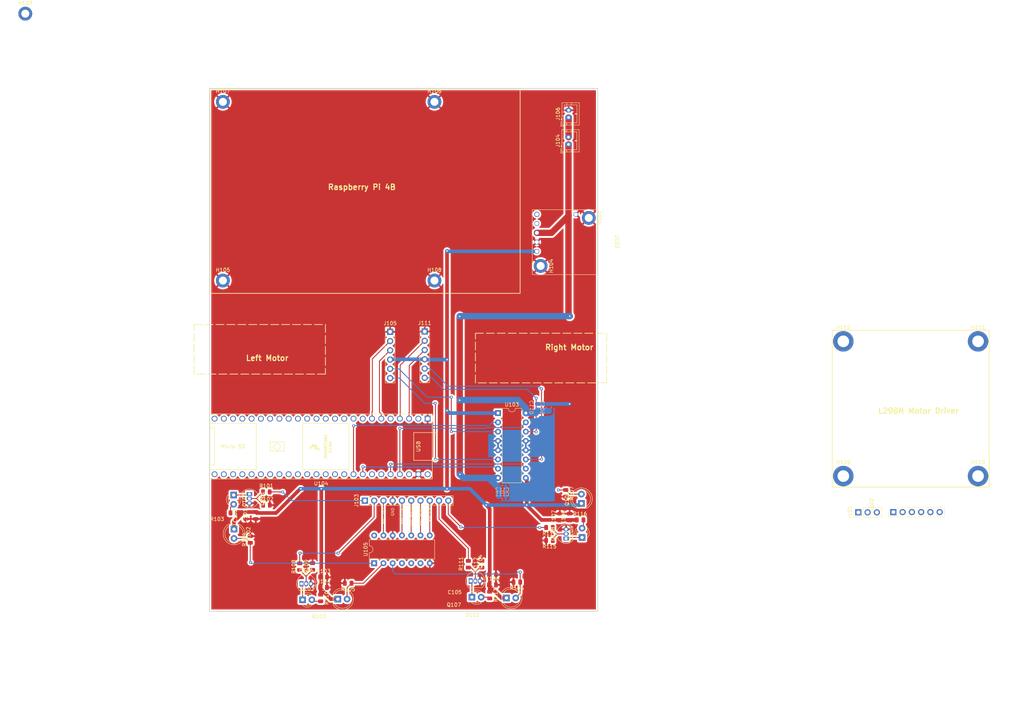
<source format=kicad_pcb>
(kicad_pcb (version 20240108) (generator "pcbnew") (generator_version "8.0")
  (layers (0 "F.Cu" signal) (31 "B.Cu" signal) (34 "B.Paste" user) (35 "F.Paste" user) (36 "B.SilkS" user "B.Silkscreen") (37 "F.SilkS" user "F.Silkscreen") (38 "B.Mask" user) (39 "F.Mask" user) (44 "Edge.Cuts" user))
  (net 0 "")
  (net 1 "Net-(D101-K)")
  (net 2 "GND")
  (net 3 "/L298N_IN3")
  (net 4 "/L298N_IN2")
  (net 5 "/L298N_ENB")
  (net 6 "/L298N_IN4")
  (net 7 "/L298N_IN1")
  (net 8 "/L298N_ENA")
  (net 9 "Net-(J104-Pin_2)")
  (net 10 "/VBAT")
  (net 11 "Net-(D101-A)")
  (net 12 "Net-(D102-A)")
  (net 13 "Net-(D102-K)")
  (net 14 "Net-(D103-A)")
  (net 15 "Net-(D103-K)")
  (net 16 "Net-(D104-K)")
  (net 17 "Net-(D104-A)")
  (net 18 "Net-(Q101-G)")
  (net 19 "/3V3_REGULATED")
  (net 20 "/IR_RECEIVER_1")
  (net 21 "/IR_RECEIVER_2")
  (net 22 "/IR_RECEIVER_3")
  (net 23 "/IR_RECEIVER_4")
  (net 24 "Net-(Q106-G)")
  (net 25 "Net-(Q107-G)")
  (net 26 "Net-(Q108-G)")
  (net 27 "/IR_EMITTER_1")
  (net 28 "/IR_EMITTER_2")
  (net 29 "/IR_EMITTER_3")
  (net 30 "/IR_EMITTER_4")
  (net 34 "/MGND")
  (net 71 "/ML_1")
  (net 72 "/ML_OUTA")
  (net 73 "/ML_2")
  (net 74 "/ML_OUTB")
  (net 75 "/MR_OUTB")
  (net 76 "/MR_OUTA")
  (net 77 "/MR_1")
  (net 78 "/MR_2")
  (net 79 "/TEENSY_3V3")
  (net 82 "/RPI_CS")
  (net 83 "/RPI_3V3")
  (net 84 "/RPI_CLK")
  (net 85 "/RPI_MOSI")
  (net 86 "/RPI_MISO")
  (net 87 "/MR_IN_1")
  (net 88 "/ML_IN_2")
  (net 89 "/ML_IN_1")
  (net 90 "/MR_IN_2")
  (footprint "MountingHole:MountingHole_2.2mm_M2_DIN965_Pad" (layer "F.Cu") (at 2.175 2.175)
    (property "Reference" "H103")
    (property "Value" "MountingHole_Pad")
  )
  (footprint "Resistor_SMD:R_0805_2012Metric" (layer "F.Cu") (at 77.41 153.7875 90)
    (property "Reference" "R108")
    (property "Value" "100")
  )
  (footprint "LED_THT:LED_D5.0mm_Clear" (layer "F.Cu") (at 59.4 143.5075 -90)
    (property "Reference" "Q102")
    (property "Value" "SFH313FA")
  )
  (footprint "MountingHole:MountingHole_3.2mm_M3_DIN965_Pad" (layer "F.Cu") (at 226.45 92.01)
    (property "Reference" "H112")
    (property "Value" "MountingHole_Pad")
  )
  (footprint "Package_DIP:DIP-14_W7.62mm" (layer "F.Cu") (at 97.825 152.85 90)
    (property "Reference" "U105")
    (property "Value" "MCP3004")
  )
  (footprint "Capacitor_SMD:C_0805_2012Metric" (layer "F.Cu") (at 130.26 156.025)
    (property "Reference" "C105")
    (property "Value" "4.7 uF")
  )
  (footprint "LED_THT:LED_D5.0mm_Clear" (layer "F.Cu") (at 87.86 162.675)
    (property "Reference" "Q103")
    (property "Value" "SFH313FA")
  )
  (footprint "Connector_PinHeader_2.54mm:PinHeader_1x10_P2.54mm_Vertical" (layer "F.Cu") (at 95.285 135.675 90)
    (property "Reference" "J103")
    (property "Value" "Conn_01x10")
  )
  (footprint "Capacitor_SMD:C_0805_2012Metric" (layer "F.Cu") (at 62.6 139.7575 -90)
    (property "Reference" "C102")
    (property "Value" "0.1 uF")
  )
  (footprint "Resistor_SMD:R_0805_2012Metric" (layer "F.Cu") (at 129.51 161.575 -90)
    (property "Reference" "R113")
    (property "Value" "50 Ohm")
  )
  (footprint "MountingHole:MountingHole_3.2mm_M3_DIN965_Pad" (layer "F.Cu") (at 263.39 92.01)
    (property "Reference" "H111")
    (property "Value" "MountingHole_Pad")
  )
  (footprint "Resistor_SMD:R_0805_2012Metric" (layer "F.Cu") (at 83.16 162.375 -90)
    (property "Reference" "R110")
    (property "Value" "50 Ohm")
  )
  (footprint "LED_THT:LED_D5.0mm_Clear" (layer "F.Cu") (at 134.085 162.375)
    (property "Reference" "Q104")
    (property "Value" "SFH313FA")
  )
  (footprint "LED_THT:LED_D3.0mm_IRBlack" (layer "F.Cu") (at 124.62 162.15)
    (property "Reference" "D103")
    (property "Value" "INL-5AMIR15")
  )
  (footprint "MountingHole:MountingHole_2.2mm_M2_DIN965_Pad" (layer "F.Cu") (at 114.35 26.35)
    (property "Reference" "H106")
    (property "Value" "MountingHole_Pad")
  )
  (footprint "Resistor_SMD:R_0805_2012Metric" (layer "F.Cu") (at 145.8875 143.05 180)
    (property "Reference" "R114")
    (property "Value" "100")
  )
  (footprint "Capacitor_SMD:C_0805_2012Metric" (layer "F.Cu") (at 148.725 140.2 90)
    (property "Reference" "C107")
    (property "Value" "4.7 uF")
  )
  (footprint "Resistor_SMD:R_0805_2012Metric" (layer "F.Cu") (at 136.9475 158.025 180)
    (property "Reference" "R106")
    (property "Value" "1.8k")
  )
  (footprint "Resistor_SMD:R_0805_2012Metric" (layer "F.Cu") (at 63.85 146.335 90)
    (property "Reference" "R104")
    (property "Value" "1.8k")
  )
  (footprint "Capacitor_SMD:C_0805_2012Metric" (layer "F.Cu") (at 83.91 159.5)
    (property "Reference" "C104")
    (property "Value" "0.1 uF")
  )
  (footprint "Resistor_SMD:R_0805_2012Metric" (layer "F.Cu") (at 145.8875 146.6 180)
    (property "Reference" "R115")
    (property "Value" "47K")
  )
  (footprint "Package_TO_SOT_THT:TO-92_Inline" (layer "F.Cu") (at 150.45 146.075 90)
    (property "Reference" "Q108")
    (property "Value" "BS170")
  )
  (footprint "Package_TO_SOT_THT:TO-92_Inline" (layer "F.Cu") (at 63.625 133.8425 -90)
    (property "Reference" "Q101")
    (property "Value" "BS170")
  )
  (footprint "Resistor_SMD:R_0805_2012Metric" (layer "F.Cu") (at 80.935 153.7375 90)
    (property "Reference" "R109")
    (property "Value" "47K")
  )
  (footprint "Resistor_SMD:R_0805_2012Metric" (layer "F.Cu") (at 150.35 133.675 -90)
    (property "Reference" "R107")
    (property "Value" "1.8k")
  )
  (footprint "Connector_PinHeader_2.54mm:PinHeader_1x06_P2.54mm_Vertical" (layer "F.Cu") (at 240.165 138.825 90)
    (property "Reference" "J102")
    (property "Value" "Conn_01x06")
  )
  (footprint "MountingHole:MountingHole_2.2mm_M2_DIN965_Pad" (layer "F.Cu") (at 56.35 75.35)
    (property "Reference" "H105")
    (property "Value" "MountingHole_Pad")
  )
  (footprint "Connector_PinHeader_2.54mm:PinHeader_1x03_P2.54mm_Vertical" (layer "F.Cu") (at 230.57 138.9 90)
    (property "Reference" "J101")
    (property "Value" "Conn_01x03")
  )
  (footprint "Connector_JST:JST_PH_B2B-PH-K_1x02_P2.00mm_Vertical" (layer "F.Cu") (at 151.125 30.65 90)
    (property "Reference" "J106")
    (property "Value" "Conn_01x02")
  )
  (footprint "MountingHole:MountingHole_2.2mm_M2_DIN965_Pad" (layer "F.Cu") (at 156.665 58.165 -90)
    (property "Reference" "H101")
    (property "Value" "MountingHole_Pad")
  )
  (footprint "Capacitor_SMD:C_0805_2012Metric" (layer "F.Cu") (at 130.26 158.775)
    (property "Reference" "C106")
    (property "Value" "0.1 uF")
  )
  (footprint "Package_DIP:DIP-16_W7.62mm" (layer "F.Cu") (at 131.78 111.685)
    (property "Reference" "U103")
    (property "Value" "L293D")
  )
  (footprint "Capacitor_SMD:C_0805_2012Metric" (layer "F.Cu") (at 83.935 156.7)
    (property "Reference" "C103")
    (property "Value" "4.7 uF")
  )
  (footprint "LED_THT:LED_D3.0mm_IRBlack" (layer "F.Cu") (at 154.825 145.775 90)
    (property "Reference" "D104")
    (property "Value" "INL-5AMIR15")
  )
  (footprint "Capacitor_SMD:C_0805_2012Metric" (layer "F.Cu") (at 151.4 140.2 90)
    (property "Reference" "C108")
    (property "Value" "0.1 uF")
  )
  (footprint "Capacitor_SMD:C_0805_2012Metric" (layer "F.Cu") (at 65.375 139.7575 -90)
    (property "Reference" "C101")
    (property "Value" "4.7 uF")
  )
  (footprint "Connector_PinHeader_2.54mm:PinHeader_1x06_P2.54mm_Vertical" (layer "F.Cu") (at 111.675 89.31)
    (property "Reference" "J111")
    (property "Value" "Conn_01x06")
  )
  (footprint "MountingHole:MountingHole_2.2mm_M2_DIN965_Pad" (layer "F.Cu") (at 114.35 75.35)
    (property "Reference" "H108")
    (property "Value" "MountingHole_Pad")
  )
  (footprint "MountingHole:MountingHole_2.2mm_M2_DIN965_Pad" (layer "F.Cu") (at 56.35 26.35)
    (property "Reference" "H107")
    (property "Value" "MountingHole_Pad")
  )
  (footprint "MountingHole:MountingHole_3.2mm_M3_DIN965_Pad" (layer "F.Cu") (at 226.45 128.95)
    (property "Reference" "H109")
    (property "Value" "MountingHole_Pad")
  )
  (footprint "Regulator_Pololu_D24V22FX:D24V22FX" (layer "F.Cu") (at 160.525 61.475 -90)
    (property "Reference" "U102")
    (property "Value" "~")
  )
  (footprint "Package_TO_SOT_THT:TO-92_Inline" (layer "F.Cu") (at 77.915 158.46)
    (property "Reference" "Q106")
    (property "Value" "BS170")
  )
  (footprint "LED_THT:LED_D5.0mm_Clear" (layer "F.Cu") (at 154.65 136.45 90)
    (property "Reference" "Q105")
    (property "Value" "SFH313FA")
  )
  (footprint "Connector_PinHeader_2.54mm:PinHeader_1x06_P2.54mm_Vertical" (layer "F.Cu") (at 102.2 89.395)
    (property "Reference" "J105")
    (property "Value" "Conn_01x06")
  )
  (footprint "Package_TO_SOT_THT:TO-92_Inline" (layer "F.Cu") (at 124.29 157.725)
    (property "Reference" "Q107")
    (property "Value" "BS170")
  )
  (footprint "Resistor_SMD:R_0805_2012Metric" (layer "F.Cu") (at 127.335 153.125 90)
    (property "Reference" "R112")
    (property "Value" "47K")
  )
  (footprint "Resistor_SMD:R_0805_2012Metric" (layer "F.Cu") (at 154.2875 140.975)
    (property "Reference" "R116")
    (property "Value" "50 Ohm")
  )
  (footprint "MountingHole:MountingHole_3.2mm_M3_DIN965_Pad" (layer "F.Cu") (at 263.39 128.95)
    (property "Reference" "H110")
    (property "Value" "MountingHole_Pad")
  )
  (footprint "Resistor_SMD:R_0805_2012Metric" (layer "F.Cu") (at 123.65 153.125 90)
    (property "Reference" "R111")
    (property "Value" "100")
  )
  (footprint "Resistor_SMD:R_0805_2012Metric" (layer "F.Cu") (at 68.2625 133.2825)
    (property "Reference" "R101")
    (property "Value" "100")
  )
  (footprint "LED_THT:LED_D3.0mm_IRBlack" (layer "F.Cu") (at 59.3 134.1425 -90)
    (property "Reference" "D101")
    (property "Value" "INL-5AMIR15")
  )
  (footprint "Resistor_SMD:R_0805_2012Metric" (layer "F.Cu") (at 90.6975 158.325 180)
    (property "Reference" "R105")
    (property "Value" "1.8k")
  )
  (footprint "Resistor_SMD:R_0805_2012Metric" (layer "F.Cu") (at 59.3375 139.0575 180)
    (property "Reference" "R103")
    (property "Value" "50 Ohm")
  )
  (footprint "LED_THT:LED_D3.0mm_IRBlack" (layer "F.Cu") (at 78.195 162.875)
    (property "Reference" "D102")
    (property "Value" "INL-5AMIR15")
  )
  (footprint "MountingHole:MountingHole_2.2mm_M2_DIN965_Pad" (layer "F.Cu") (at 143.465 71.34 -90)
    (property "Reference" "H104")
    (property "Value" "MountingHole_Pad")
  )
  (footprint "MCU_TEENSY_Footprint:Teensy41_bare_pins" (layer "F.Cu") (at 83.275 120.83 180)
    (property "Reference" "U104")
    (property "Value" "Teensy4.1_bare")
  )
  (footprint "Connector_JST:JST_PH_B2B-PH-K_1x02_P2.00mm_Vertical" (layer "F.Cu") (at 151.1 38.025 90)
    (property "Reference" "J104")
    (property "Value" "Conn_01x02")
  )
  (footprint "Resistor_SMD:R_0805_2012Metric" (layer "F.Cu") (at 68.3 136.9075)
    (property "Reference" "R102")
    (property "Value" "47K")
  )
  (footprint "Capacitor_SMD:C_0805_2012Metric" (layer "B.Cu") (at 132.95 132.25)
    (property "Reference" "C111")
    (property "Value" "4.7uF")
  )
  (footprint "Capacitor_SMD:C_0805_2012Metric" (layer "B.Cu") (at 132.95 134.375 180)
    (property "Reference" "C112")
    (property "Value" "10uF")
  )
  (footprint "Capacitor_SMD:C_0805_2012Metric" (layer "B.Cu") (at 142.665 110.125 -90)
    (property "Reference" "C110")
    (property "Value" "4.7uF")
  )
  (footprint "Capacitor_SMD:C_0805_2012Metric" (layer "B.Cu") (at 145.675 110.125 -90)
    (property "Reference" "C109")
    (property "Value" "0.1 uF")
  )
  (gr_rect (start 223.42 88.98) (end 266.42 131.98) (stroke (width 0.2)) (fill none) (layer "F.SilkS"))
  (gr_rect (start 48.45 87.4) (end 84.45 101) (stroke (width 0.2) (type dash)) (fill none) (layer "F.SilkS"))
  (gr_rect (start 52.85 22.85) (end 137.85 78.85) (stroke (width 0.2)) (fill none) (layer "F.SilkS"))
  (gr_rect (start 125.575 89.7875) (end 161.575 103.3875) (stroke (width 0.2) (type dash)) (fill none) (layer "F.SilkS"))
  (gr_rect (start 52.675 22.675) (end 159.125 166.025) (stroke (width 0.2)) (fill none) (layer "Edge.Cuts"))
  (gr_text "Left Motor" (at 62.525 97.475 0) (layer "F.SilkS") (effects (font (size 1.5 1.5) (thickness 0.3) (bold yes)) (justify left bottom)))
  (gr_text "RPI_3V3" (at 100.8 142.15 90) (layer "F.SilkS") (effects (font (size 0.75 0.75) (thickness 0.1)) (justify left bottom)))
  (gr_text "RPI_CS" (at 113.5 141.525 90) (layer "F.SilkS") (effects (font (size 0.75 0.75) (thickness 0.1)) (justify left bottom)))
  (gr_text "L298N Motor Driver" (at 235.82 111.955 0) (layer "F.SilkS") (effects (font (size 1.5 1.5) (thickness 0.3) (bold yes)) (justify left bottom)))
  (gr_text "Raspberry Pi 4B" (at 85 50.6 0) (layer "F.SilkS") (effects (font (size 1.5 1.5) (thickness 0.3) (bold yes)) (justify left bottom)))
  (gr_text "GND" (at 103.35 139.95 90) (layer "F.SilkS") (effects (font (size 0.75 0.75) (thickness 0.1)) (justify left bottom)))
  (gr_text "Right Motor" (at 144.55 94.525 0) (layer "F.SilkS") (effects (font (size 1.5 1.5) (thickness 0.3) (bold yes)) (justify left bottom)))
  (gr_text "RPI_MISO" (at 108.575 142.775 90) (layer "F.SilkS") (effects (font (size 0.75 0.75) (thickness 0.1)) (justify left bottom)))
  (gr_text "RPI_CLK" (at 105.925 142.225 90) (layer "F.SilkS") (effects (font (size 0.75 0.75) (thickness 0.1)) (justify left bottom)))
  (gr_text "RPI_MOSI" (at 111.025 142.7 90) (layer "F.SilkS") (effects (font (size 0.75 0.75) (thickness 0.1)) (justify left bottom)))
  (segment (start 63.325 134.1425) (end 63.625 133.8425) (width 0.25) (layer "F.Cu") (net 1))
  (segment (start 59.3 134.1425) (end 63.325 134.1425) (width 0.25) (layer "F.Cu") (net 1))
  (segment (start 102.905 145.23) (end 102.905 135.675) (width 0.25) (layer "F.Cu") (net 2))
  (via (at 151.4 109.175) (size 0.8) (drill 0.4) (layers "F.Cu" "B.Cu") (net 2))
  (segment (start 142.665 109.175) (end 151.4 109.175) (width 1) (layer "B.Cu") (net 2))
  (segment (start 151.125 30.65) (end 151.125 36) (width 1.75) (layer "F.Cu") (net 9))
  (segment (start 151.125 36) (end 151.1 36.025) (width 1.75) (layer "F.Cu") (net 9))
  (segment (start 121.275 108.15) (end 121.275 128.425) (width 1.75) (layer "F.Cu") (net 10))
  (segment (start 142.685 62.265) (end 142.435 62.265) (width 0.2) (layer "F.Cu") (net 10))
  (segment (start 151.1 84.75) (end 151.45 85.1) (width 1.75) (layer "F.Cu") (net 10))
  (segment (start 151.1 38.025) (end 151.1 57.599519) (width 1.75) (layer "F.Cu") (net 10))
  (segment (start 146.434519 62.265) (end 142.435 62.265) (width 1.75) (layer "F.Cu") (net 10))
  (segment (start 121.275 85.175) (end 121.275 108.15) (width 1.75) (layer "F.Cu") (net 10))
  (segment (start 151.1 57.599519) (end 146.434519 62.265) (width 1.75) (layer "F.Cu") (net 10))
  (segment (start 121.275 128.425) (end 121.35 128.5) (width 1.75) (layer "F.Cu") (net 10))
  (segment (start 151.1 57.599519) (end 151.1 84.75) (width 1.75) (layer "F.Cu") (net 10))
  (via (at 151.45 85.1) (size 0.8) (drill 0.4) (layers "F.Cu" "B.Cu") (net 10))
  (via (at 121.275 85.175) (size 0.8) (drill 0.4) (layers "F.Cu" "B.Cu") (net 10))
  (via (at 121.275 108.15) (size 0.8) (drill 0.4) (layers "F.Cu" "B.Cu") (net 10))
  (via (at 121.35 128.5) (size 0.8) (drill 0.4) (layers "F.Cu" "B.Cu") (net 10))
  (segment (start 128.975 129.465) (end 131.78 129.465) (width 1.75) (layer "B.Cu") (net 10))
  (segment (start 128.975 129.465) (end 129.215 129.465) (width 1.75) (layer "B.Cu") (net 10))
  (segment (start 137.425 108.325) (end 137.2 108.1) (width 1.75) (layer "B.Cu") (net 10))
  (segment (start 137.2 108.1) (end 121.275 108.1) (width 1.75) (layer "B.Cu") (net 10))
  (segment (start 121.35 85.1) (end 121.275 85.175) (width 1.75) (layer "B.Cu") (net 10))
  (segment (start 132 132.25) (end 132 134.375) (width 1.75) (layer "B.Cu") (net 10))
  (segment (start 142.055 111.685) (end 142.665 111.075) (width 1.75) (layer "B.Cu") (net 10))
  (segment (start 139.4 110.3) (end 137.425 108.325) (width 1.75) (layer "B.Cu") (net 10))
  (segment (start 139.4 111.685) (end 139.4 110.3) (width 1.75) (layer "B.Cu") (net 10))
  (segment (start 121.35 128.5) (end 122.315 129.465) (width 1.75) (layer "B.Cu") (net 10))
  (segment (start 151.45 85.1) (end 121.35 85.1) (width 1.75) (layer "B.Cu") (net 10))
  (segment (start 139.4 111.685) (end 142.055 111.685) (width 1.75) (layer "B.Cu") (net 10))
  (segment (start 129.215 129.465) (end 132 132.25) (width 1.75) (layer "B.Cu") (net 10))
  (segment (start 142.665 111.075) (end 145.675 111.075) (width 1.75) (layer "B.Cu") (net 10))
  (segment (start 122.315 129.465) (end 128.975 129.465) (width 1.75) (layer "B.Cu") (net 10))
  (segment (start 58.425 139.0575) (end 58.425 137.5575) (width 0.25) (layer "F.Cu") (net 11))
  (segment (start 58.425 137.5575) (end 59.3 136.6825) (width 0.25) (layer "F.Cu") (net 11))
  (segment (start 83.16 163.2875) (end 81.1475 163.2875) (width 0.25) (layer "F.Cu") (net 12))
  (segment (start 81.1475 163.2875) (end 80.735 162.875) (width 0.25) (layer "F.Cu") (net 12))
  (segment (start 78.195 162.875) (end 78.195 158.74) (width 0.25) (layer "F.Cu") (net 13))
  (segment (start 78.195 158.74) (end 77.915 158.46) (width 0.25) (layer "F.Cu") (net 13))
  (segment (start 129.1725 162.15) (end 129.51 162.4875) (width 0.25) (layer "F.Cu") (net 14))
  (segment (start 127.16 162.15) (end 129.1725 162.15) (width 0.25) (layer "F.Cu") (net 14))
  (segment (start 124.62 162.15) (end 124.62 158.055) (width 0.25) (layer "F.Cu") (net 15))
  (segment (start 124.62 158.055) (end 124.29 157.725) (width 0.25) (layer "F.Cu") (net 15))
  (segment (start 150.75 145.775) (end 150.45 146.075) (width 0.25) (layer "F.Cu") (net 16))
  (segment (start 154.825 145.775) (end 150.75 145.775) (width 0.25) (layer "F.Cu") (net 16))
  (segment (start 155.2 142.86) (end 154.825 143.235) (width 0.25) (layer "F.Cu") (net 17))
  (segment (start 155.2 140.975) (end 155.2 142.86) (width 0.25) (layer "F.Cu") (net 17))
  (segment (start 63.625 135.1125) (end 65.52 135.1125) (width 0.25) (layer "F.Cu") (net 18))
  (segment (start 65.5925 135.1125) (end 67.3875 136.9075) (width 0.25) (layer "F.Cu") (net 18))
  (segment (start 65.52 135.1125) (end 65.5925 135.1125) (width 0.25) (layer "F.Cu") (net 18))
  (segment (start 65.52 135.1125) (end 67.35 133.2825) (width 0.25) (layer "F.Cu") (net 18))
  (segment (start 70.925 139.075) (end 65.6425 139.075) (width 1) (layer "F.Cu") (net 19))
  (segment (start 132.73457 162.375) (end 134.085 162.375) (width 1) (layer "F.Cu") (net 19))
  (segment (start 143.7 140.975) (end 139.675 136.95) (width 1) (layer "F.Cu") (net 19))
  (segment (start 129.51 137.86) (end 129.51 160.6625) (width 1) (layer "F.Cu") (net 19))
  (segment (start 62.6 138.8075) (end 60.5 138.8075) (width 1) (layer "F.Cu") (net 19))
  (segment (start 129.31 158.775) (end 129.31 158.95043) (width 1) (layer "F.Cu") (net 19))
  (segment (start 83.16 158.7) (end 83.16 159.87543) (width 1) (layer "F.Cu") (net 19))
  (segment (start 117.8 67.225) (end 117.8 97.015) (width 1) (layer "F.Cu") (net 19))
  (segment (start 139.675 136.95) (end 139.675 136.9) (width 1) (layer "F.Cu") (net 19))
  (segment (start 128.55 136.9) (end 129.51 137.86) (width 1) (layer "F.Cu") (net 19))
  (segment (start 77.7 132.425) (end 77.575 132.425) (width 1) (layer "F.Cu") (net 19))
  (segment (start 83.325 132.425) (end 83.325 158.535) (width 1) (layer "F.Cu") (net 19))
  (segment (start 62.6 138.8075) (end 62.02125 138.8075) (width 1) (layer "F.Cu") (net 19))
  (segment (start 83.16 158.7) (end 83.16 161.4625) (width 1) (layer "F.Cu") (net 19))
  (segment (start 60.5 138.8075) (end 60.25 139.0575) (width 1) (layer "F.Cu") (net 19))
  (segment (start 117.775 132.45) (end 117.8 132.425) (width 1) (layer "F.Cu") (net 19))
  (segment (start 83.16 159.87543) (end 85.95957 162.675) (width 1) (layer "F.Cu") (net 19))
  (segment (start 62.02125 138.8075) (end 59.4 141.42875) (width 1) (layer "F.Cu") (net 19))
  (segment (start 139.675 129.74) (end 139.4 129.465) (width 1) (layer "F.Cu") (net 19))
  (segment (start 139.675 136.9) (end 139.675 129.74) (width 1) (layer "F.Cu") (net 19))
  (segment (start 83.325 158.535) (end 83.16 158.7) (width 1) (layer "F.Cu") (net 19))
  (segment (start 85.95957 162.675) (end 87.86 162.675) (width 1) (layer "F.Cu") (net 19))
  (segment (start 129.31 158.95043) (end 132.73457 162.375) (width 1) (layer "F.Cu") (net 19))
  (segment (start 65.6425 139.075) (end 65.375 138.8075) (width 1) (layer "F.Cu") (net 19))
  (segment (start 59.4 141.42875) (end 59.4 143.5075) (width 1) (layer "F.Cu") (net 19))
  (segment (start 117.8 97.015) (end 117.8 132.425) (width 1) (layer "F.Cu") (net 19))
  (segment (start 77.575 132.425) (end 70.925 139.075) (width 1) (layer "F.Cu") (net 19))
  (segment (start 153.375 140.975) (end 143.7 140.975) (width 1) (layer "F.Cu") (net 19))
  (segment (start 65.375 138.8075) (end 62.6 138.8075) (width 1) (layer "F.Cu") (net 19))
  (via (at 128.55 136.9) (size 0.8) (drill 0.4) (layers "F.Cu" "B.Cu") (net 19))
  (via (at 117.8 67.225) (size 0.8) (drill 0.4) (layers "F.Cu" "B.Cu") (net 19))
  (via (at 83.325 132.425) (size 0.8) (drill 0.4) (layers "F.Cu" "B.Cu") (net 19))
  (via (at 139.675 136.9) (size 0.8) (drill 0.4) (layers "F.Cu" "B.Cu") (net 19))
  (via (at 117.8 132.425) (size 0.8) (drill 0.4) (layers "F.Cu" "B.Cu") (net 19))
  (via (at 117.8 97.015) (size 0.8) (drill 0.4) (layers "F.Cu" "B.Cu") (net 19))
  (via (at 117.8 111) (size 0.8) (drill 0.4) (layers "F.Cu" "B.Cu") (net 19))
  (via (at 77.7 132.425) (size 0.8) (drill 0.4) (layers "F.Cu" "B.Cu") (net 19))
  (segment (start 128.55 136.9) (end 139.675 136.9) (width 1) (layer "B.Cu") (net 19))
  (segment (start 111.76 97.015) (end 111.675 96.93) (width 1) (layer "B.Cu") (net 19))
  (segment (start 154.2 136.9) (end 154.65 136.45) (width 1) (layer "B.Cu") (net 19))
  (segment (start 77.575 132.425) (end 77.7 132.425) (width 1) (layer "B.Cu") (net 19))
  (segment (start 139.675 136.9) (end 154.2 136.9) (width 1) (layer "B.Cu") (net 19))
  (segment (start 117.8 132.425) (end 124.075 132.425) (width 1) (layer "B.Cu") (net 19))
  (segment (start 111.675 96.93) (end 102.285 96.93) (width 1) (layer "B.Cu") (net 19))
  (segment (start 117.8 67.225) (end 117.92 67.345) (width 1) (layer "B.Cu") (net 19))
  (segment (start 118.485 111.685) (end 131.78 111.685) (width 1) (layer "B.Cu") (net 19))
  (segment (start 117.8 97.015) (end 111.76 97.015) (width 1) (layer "B.Cu") (net 19))
  (segment (start 124.075 132.425) (end 128.55 136.9) (width 1) (layer "B.Cu") (net 19))
  (segment (start 117.8 111) (end 118.485 111.685) (width 1) (layer "B.Cu") (net 19))
  (segment (start 117.8 132.425) (end 77.575 132.425) (width 1) (layer "B.Cu") (net 19))
  (segment (start 117.92 67.345) (end 142.435 67.345) (width 1) (layer "B.Cu") (net 19))
  (segment (start 102.285 96.93) (end 102.2 97.015) (width 1) (layer "B.Cu") (net 19))
  (segment (start 63.85 147.2475) (end 63.85 152.525) (width 0.25) (layer "F.Cu") (net 20))
  (segment (start 63.85 152.525) (end 63.95 152.625) (width 0.25) (layer "F.Cu") (net 20))
  (segment (start 62.65 146.0475) (end 63.85 147.2475) (width 0.25) (layer "F.Cu") (net 20))
  (segment (start 59.4 146.0475) (end 62.65 146.0475) (width 0.25) (layer "F.Cu") (net 20))
  (via (at 63.95 152.625) (size 0.8) (drill 0.4) (layers "F.Cu" "B.Cu") (net 20))
  (segment (start 64.175 152.85) (end 97.825 152.85) (width 0.25) (layer "B.Cu") (net 20))
  (segment (start 63.95 152.625) (end 64.175 152.85) (width 0.25) (layer "B.Cu") (net 20))
  (segment (start 90.4 159.535) (end 91.61 158.325) (width 0.25) (layer "F.Cu") (net 21))
  (segment (start 90.4 162.675) (end 90.4 159.535) (width 0.25) (layer "F.Cu") (net 21))
  (segment (start 94.89 158.325) (end 100.365 152.85) (width 0.25) (layer "F.Cu") (net 21))
  (segment (start 91.61 158.325) (end 94.89 158.325) (width 0.25) (layer "F.Cu") (net 21))
  (segment (start 137.86 161.14) (end 136.625 162.375) (width 0.25) (layer "F.Cu") (net 22))
  (segment (start 137.86 158.025) (end 137.86 161.14) (width 0.25) (layer "F.Cu") (net 22))
  (segment (start 137.86 155.315) (end 137.875 155.3) (width 0.25) (layer "F.Cu") (net 22))
  (segment (start 137.86 158.025) (end 137.86 155.315) (width 0.25) (layer "F.Cu") (net 22))
  (via (at 137.875 155.3) (size 0.8) (drill 0.4) (layers "F.Cu" "B.Cu") (net 22))
  (segment (start 137.875 155.3) (end 137.15 155.3) (width 0.25) (layer "B.Cu") (net 22))
  (segment (start 102.905 155.055) (end 102.905 152.85) (width 0.25) (layer "B.Cu") (net 22))
  (segment (start 137.15 155.3) (end 136.65 155.8) (width 0.25) (layer "B.Cu") (net 22))
  (segment (start 103.65 155.8) (end 102.905 155.055) (width 0.25) (layer "B.Cu") (net 22))
  (segment (start 136.65 155.8) (end 103.65 155.8) (width 0.25) (layer "B.Cu") (net 22))
  (segment (start 154.65 133.91) (end 151.4975 133.91) (width 0.25) (layer "F.Cu") (net 23))
  (segment (start 151.4975 133.91) (end 150.35 132.7625) (width 0.25) (layer "F.Cu") (net 23))
  (segment (start 150.35 132.7625) (end 148.3375 132.7625) (width 0.25) (layer "F.Cu") (net 23))
  (segment (start 148.3375 132.7625) (end 148.325 132.75) (width 0.25) (layer "F.Cu") (net 23))
  (via (at 148.325 132.75) (size 0.8) (drill 0.4) (layers "F.Cu" "B.Cu") (net 23))
  (segment (start 77.41 154.7) (end 79.185 156.475) (width 0.25) (layer "F.Cu") (net 24))
  (segment (start 79.185 156.475) (end 79.185 158.46) (width 0.25) (layer "F.Cu") (net 24))
  (segment (start 79.185 156.4) (end 80.935 154.65) (width 0.25) (layer "F.Cu") (net 24))
  (segment (start 79.185 156.475) (end 79.185 156.4) (width 0.25) (layer "F.Cu") (net 24))
  (segment (start 126.7575 154.0375) (end 127.335 154.0375) (width 0.25) (layer "F.Cu") (net 25))
  (segment (start 124.3625 154.0375) (end 123.65 154.0375) (width 0.25) (layer "F.Cu") (net 25))
  (segment (start 125.56 155.235) (end 126.7575 154.0375) (width 0.25) (layer "F.Cu") (net 25))
  (segment (start 125.56 155.235) (end 124.3625 154.0375) (width 0.25) (layer "F.Cu") (net 25))
  (segment (start 125.56 157.725) (end 125.56 155.235) (width 0.25) (layer "F.Cu") (net 25))
  (segment (start 127.1625 154.0375) (end 127.335 154.0375) (width 0.25) (layer "F.Cu") (net 25))
  (segment (start 150.45 144.805) (end 148.095 144.805) (width 0.25) (layer "F.Cu") (net 26))
  (segment (start 148.095 144.805) (end 148.075 144.825) (width 0.25) (layer "F.Cu") (net 26))
  (segment (start 148.095 144.805) (end 146.8 146.1) (width 0.25) (layer "F.Cu") (net 26))
  (segment (start 148.075 144.825) (end 146.8 143.55) (width 0.25) (layer "F.Cu") (net 26))
  (segment (start 146.8 146.1) (end 146.8 146.6) (width 0.25) (layer "F.Cu") (net 26))
  (segment (start 146.8 143.55) (end 146.8 143.05) (width 0.25) (layer "F.Cu") (net 26))
  (segment (start 72.75 133.325) (end 71.86 133.325) (width 0.25) (layer "F.Cu") (net 27))
  (segment (start 71.8175 133.2825) (end 69.175 133.2825) (width 0.25) (layer "F.Cu") (net 27))
  (segment (start 71.86 133.325) (end 71.8175 133.2825) (width 0.25) (layer "F.Cu") (net 27))
  (via (at 72.75 133.325) (size 0.8) (drill 0.4) (layers "F.Cu" "B.Cu") (net 27))
  (segment (start 75.1 135.675) (end 95.285 135.675) (width 0.25) (layer "B.Cu") (net 27))
  (segment (start 72.75 133.325) (end 75.1 135.675) (width 0.25) (layer "B.Cu") (net 27))
  (segment (start 77.475 150.1) (end 77.475 150.45) (width 0.25) (layer "F.Cu") (net 28))
  (segment (start 97.825 140.225) (end 87.95 150.1) (width 0.25) (layer "F.Cu") (net 28))
  (segment (start 77.41 150.515) (end 77.41 152.875) (width 0.25) (layer "F.Cu") (net 28))
  (segment (start 97.825 135.675) (end 97.825 140.225) (width 0.25) (layer "F.Cu") (net 28))
  (segment (start 77.475 150.45) (end 77.41 150.515) (width 0.25) (layer "F.Cu") (net 28))
  (via (at 87.95 150.1) (size 0.8) (drill 0.4) (layers "F.Cu" "B.Cu") (net 28))
  (via (at 77.475 150.1) (size 0.8) (drill 0.4) (layers "F.Cu" "B.Cu") (net 28))
  (segment (start 87.95 150.1) (end 77.475 150.1) (width 0.25) (layer "B.Cu") (net 28))
  (segment (start 123.65 148.75) (end 123.65 152.2125) (width 0.25) (layer "F.Cu") (net 29))
  (segment (start 115.605 140.705) (end 123.65 148.75) (width 0.25) (layer "F.Cu") (net 29))
  (segment (start 115.605 135.675) (end 115.605 140.705) (width 0.25) (layer "F.Cu") (net 29))
  (segment (start 121.6 142.875) (end 118.145 139.42) (width 0.25) (layer "F.Cu") (net 30))
  (segment (start 144.975 143.05) (end 143.2 143.05) (width 0.25) (layer "F.Cu") (net 30))
  (segment (start 118.145 139.42) (end 118.145 135.675) (width 0.25) (layer "F.Cu") (net 30))
  (via (at 121.6 142.875) (size 0.8) (drill 0.4) (layers "F.Cu" "B.Cu") (net 30))
  (via (at 143.2 143.05) (size 0.8) (drill 0.4) (layers "F.Cu" "B.Cu") (net 30))
  (segment (start 121.775 143.05) (end 121.6 142.875) (width 0.25) (layer "B.Cu") (net 30))
  (segment (start 143.2 143.05) (end 121.775 143.05) (width 0.25) (layer "B.Cu") (net 30))
  (segment (start 114.625 124.35) (end 114.625 109.075) (width 0.25) (layer "F.Cu") (net 71))
  (segment (start 114.625 109.075) (end 114.55 109) (width 0.25) (layer "F.Cu") (net 71))
  (via (at 114.55 109) (size 0.8) (drill 0.4) (layers "F.Cu" "B.Cu") (net 71))
  (via (at 114.625 124.35) (size 0.8) (drill 0.4) (layers "F.Cu" "B.Cu") (net 71))
  (segment (start 131.78 124.385) (end 114.66 124.385) (width 0.25) (layer "B.Cu") (net 71))
  (segment (start 114.55 109) (end 111.675 109) (width 0.25) (layer "B.Cu") (net 71))
  (segment (start 114.66 124.385) (end 114.625 124.35) (width 0.25) (layer "B.Cu") (net 71))
  (segment (start 111.675 109) (end 104.77 102.095) (width 0.25) (layer "B.Cu") (net 71))
  (segment (start 104.77 102.095) (end 102.2 102.095) (width 0.25) (layer "B.Cu") (net 71))
  (segment (start 99.275 97.4) (end 99.275 111.45) (width 0.25) (layer "F.Cu") (net 72))
  (segment (start 102.2 94.475) (end 99.275 97.4) (width 0.25) (layer "F.Cu") (net 72))
  (segment (start 99.275 111.45) (end 99.785 111.96) (width 0.25) (layer "F.Cu") (net 72))
  (segment (start 99.785 111.96) (end 99.785 113.21) (width 0.25) (layer "F.Cu") (net 72))
  (segment (start 118.975 116.75) (end 118.975 107.325) (width 0.25) (layer "F.Cu") (net 73))
  (via (at 118.975 107.325) (size 0.8) (drill 0.4) (layers "F.Cu" "B.Cu") (net 73))
  (via (at 118.975 116.75) (size 0.8) (drill 0.4) (layers "F.Cu" "B.Cu") (net 73))
  (segment (start 118.99 116.765) (end 118.975 116.75) (width 0.25) (layer "B.Cu") (net 73))
  (segment (start 131.78 116.765) (end 118.99 116.765) (width 0.25) (layer "B.Cu") (net 73))
  (segment (start 112.4 107.325) (end 104.63 99.555) (width 0.25) (layer "B.Cu") (net 73))
  (segment (start 118.975 107.325) (end 112.4 107.325) (width 0.25) (layer "B.Cu") (net 73))
  (segment (start 104.63 99.555) (end 102.2 99.555) (width 0.25) (layer "B.Cu") (net 73))
  (segment (start 97.325 111.225) (end 97.245 111.305) (width 0.25) (layer "F.Cu") (net 74))
  (segment (start 97.245 111.305) (end 97.245 113.21) (width 0.25) (layer "F.Cu") (net 74))
  (segment (start 102.2 91.935) (end 97.325 96.81) (width 0.25) (layer "F.Cu") (net 74))
  (segment (start 97.325 96.81) (end 97.325 111.225) (width 0.25) (layer "F.Cu") (net 74))
  (segment (start 104.975 98.55) (end 104.975 113.1) (width 0.25) (layer "F.Cu") (net 75))
  (segment (start 104.975 113.1) (end 104.865 113.21) (width 0.25) (layer "F.Cu") (net 75))
  (segment (start 111.675 91.85) (end 104.975 98.55) (width 0.25) (layer "F.Cu") (net 75))
  (segment (start 107.405 111.545) (end 107.405 113.21) (width 0.25) (layer "F.Cu") (net 76))
  (segment (start 107.45 111.5) (end 107.405 111.545) (width 0.25) (layer "F.Cu") (net 76))
  (segment (start 111.675 94.39) (end 107.45 98.615) (width 0.25) (layer "F.Cu") (net 76))
  (segment (start 107.45 98.615) (end 107.45 111.5) (width 0.25) (layer "F.Cu") (net 76))
  (segment (start 142.25 116.825) (end 142.25 107.6) (width 0.25) (layer "F.Cu") (net 77))
  (via (at 142.25 107.6) (size 0.8) (drill 0.4) (layers "F.Cu" "B.Cu") (net 77))
  (via (at 142.25 116.825) (size 0.8) (drill 0.4) (layers "F.Cu" "B.Cu") (net 77))
  (segment (start 116.8 105.175) (end 113.635 102.01) (width 0.25) (layer "B.Cu") (net 77))
  (segment (start 142.19 116.765) (end 142.25 116.825) (width 0.25) (layer "B.Cu") (net 77))
  (segment (start 139.825 105.175) (end 116.8 105.175) (width 0.25) (layer "B.Cu") (net 77))
  (segment (start 113.635 102.01) (end 111.675 102.01) (width 0.25) (layer "B.Cu") (net 77))
  (segment (start 139.4 116.765) (end 142.19 116.765) (width 0.25) (layer "B.Cu") (net 77))
  (segment (start 142.25 107.6) (end 139.825 105.175) (width 0.25) (layer "B.Cu") (net 77))
  (segment (start 143.725 124.325) (end 143.725 105.05) (width 0.25) (layer "F.Cu") (net 78))
  (segment (start 143.725 105.05) (end 143.7 105.025) (width 0.25) (layer "F.Cu") (net 78))
  (via (at 143.725 124.325) (size 0.8) (drill 0.4) (layers "F.Cu" "B.Cu") (net 78))
  (via (at 143.7 105.025) (size 0.8) (drill 0.4) (layers "F.Cu" "B.Cu") (net 78))
  (segment (start 143.7 105.025) (end 143 104.325) (width 0.25) (layer "B.Cu") (net 78))
  (segment (start 143.7 105.025) (end 143.25 105.025) (width 0.25) (layer "B.Cu") (net 78))
  (segment (start 118.1 104.325) (end 113.245 99.47) (width 0.25) (layer "B.Cu") (net 78))
  (segment (start 139.4 124.385) (end 143.665 124.385) (width 0.25) (layer "B.Cu") (net 78))
  (segment (start 113.245 99.47) (end 111.675 99.47) (width 0.25) (layer "B.Cu") (net 78))
  (segment (start 143 104.325) (end 118.1 104.325) (width 0.25) (layer "B.Cu") (net 78))
  (segment (start 143.665 124.385) (end 143.725 124.325) (width 0.25) (layer "B.Cu") (net 78))
  (segment (start 143.25 105.025) (end 143.225 105) (width 0.25) (layer "B.Cu") (net 78))
  (segment (start 113.065 145.23) (end 113.065 135.675) (width 0.25) (layer "F.Cu") (net 82))
  (segment (start 100.365 145.23) (end 100.365 135.675) (width 0.25) (layer "F.Cu") (net 83))
  (segment (start 105.445 145.23) (end 105.445 135.675) (width 0.25) (layer "F.Cu") (net 84))
  (segment (start 110.525 145.23) (end 110.525 135.675) (width 0.25) (layer "F.Cu") (net 85))
  (segment (start 107.985 145.23) (end 107.985 135.675) (width 0.25) (layer "F.Cu") (net 86))
  (segment (start 104.875 115.85) (end 104.865 115.86) (width 0.25) (layer "F.Cu") (net 87))
  (segment (start 104.865 115.86) (end 104.865 128.45) (width 0.25) (layer "F.Cu") (net 87))
  (via (at 104.875 115.85) (size 0.8) (drill 0.4) (layers "F.Cu" "B.Cu") (net 87))
  (segment (start 104.875 115.85) (end 128.45 115.85) (width 0.25) (layer "B.Cu") (net 87))
  (segment (start 137.985 115.64) (end 139.4 114.225) (width 0.25) (layer "B.Cu") (net 87))
  (segment (start 128.66 115.64) (end 137.985 115.64) (width 0.25) (layer "B.Cu") (net 87))
  (segment (start 128.45 115.85) (end 128.66 115.64) (width 0.25) (layer "B.Cu") (net 87))
  (segment (start 92.165 115.21) (end 92.165 128.45) (width 0.25) (layer "F.Cu") (net 88))
  (segment (start 92.2 115.175) (end 92.165 115.21) (width 0.25) (layer "F.Cu") (net 88))
  (via (at 92.2 115.175) (size 0.8) (drill 0.4) (layers "F.Cu" "B.Cu") (net 88))
  (segment (start 129.325 115.1) (end 130.2 114.225) (width 0.25) (layer "B.Cu") (net 88))
  (segment (start 92.275 115.1) (end 129.325 115.1) (width 0.25) (layer "B.Cu") (net 88))
  (segment (start 130.2 114.225) (end 131.78 114.225) (width 0.25) (layer "B.Cu") (net 88))
  (segment (start 92.2 115.175) (end 92.275 115.1) (width 0.25) (layer "B.Cu") (net 88))
  (segment (start 94.75 126.425) (end 94.705 126.47) (width 0.25) (layer "F.Cu") (net 89))
  (segment (start 94.705 126.47) (end 94.705 128.45) (width 0.25) (layer "F.Cu") (net 89))
  (via (at 94.75 126.425) (size 0.8) (drill 0.4) (layers "F.Cu" "B.Cu") (net 89))
  (segment (start 94.8 126.475) (end 131.33 126.475) (width 0.25) (layer "B.Cu") (net 89))
  (segment (start 94.75 126.425) (end 94.8 126.475) (width 0.25) (layer "B.Cu") (net 89))
  (segment (start 131.33 126.475) (end 131.78 126.925) (width 0.25) (layer "B.Cu") (net 89))
  (segment (start 102.325 125.7) (end 102.325 128.45) (width 0.25) (layer "F.Cu") (net 90))
  (via (at 102.325 125.7) (size 0.8) (drill 0.4) (layers "F.Cu" "B.Cu") (net 90))
  (segment (start 102.375 125.65) (end 138.125 125.65) (width 0.25) (layer "B.Cu") (net 90))
  (segment (start 138.125 125.65) (end 139.4 126.925) (width 0.25) (layer "B.Cu") (net 90))
  (segment (start 102.325 125.7) (end 102.375 125.65) (width 0.25) (layer "B.Cu") (net 90))
  (zone (net 2) (net_name "GND") (layer "F.Cu") (name "GND") (priority 1) (connect_pads (clearance 0.5)) (min_thickness 0.25) (fill yes (thermal_gap 0.5) (thermal_bridge_width 0.5))
    (polygon (pts (xy 159.175 105.875) (xy 159.175 165.975) (xy 52.6 165.95) (xy 52.7 22.675) (xy 159.125 22.7) (xy 159.225 105.475)))
  )
  (zone (net 34) (net_name "/MGND") (layer "B.Cu") (name "MGND") (connect_pads (clearance 0.5)) (min_thickness 0.25) (fill yes (thermal_gap 0.5) (thermal_bridge_width 0.5))
    (polygon (pts (xy 129.175 135.95) (xy 147.35 135.975) (xy 147.35 106.9) (xy 129.05 107.075)))
  )
)
</source>
